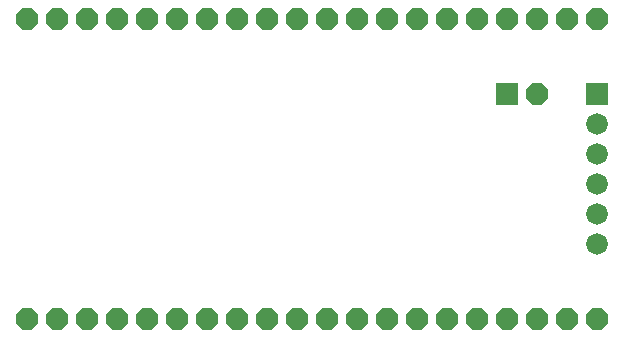
<source format=gbs>
G75*
G70*
%OFA0B0*%
%FSLAX24Y24*%
%IPPOS*%
%LPD*%
%AMOC8*
5,1,8,0,0,1.08239X$1,22.5*
%
%ADD10OC8,0.0720*%
%ADD11R,0.0720X0.0720*%
%ADD12C,0.0720*%
D10*
X001181Y001968D03*
X002181Y001968D03*
X003181Y001968D03*
X004181Y001968D03*
X005181Y001968D03*
X006181Y001968D03*
X007181Y001968D03*
X008181Y001968D03*
X009181Y001968D03*
X010181Y001968D03*
X011181Y001968D03*
X012181Y001968D03*
X013181Y001968D03*
X014181Y001968D03*
X015181Y001968D03*
X016181Y001968D03*
X017181Y001968D03*
X018181Y001968D03*
X019181Y001968D03*
X020181Y001968D03*
X018181Y009468D03*
X018181Y011968D03*
X019181Y011968D03*
X020181Y011968D03*
X017181Y011968D03*
X016181Y011968D03*
X015181Y011968D03*
X014181Y011968D03*
X013181Y011968D03*
X012181Y011968D03*
X011181Y011968D03*
X010181Y011968D03*
X009181Y011968D03*
X008181Y011968D03*
X007181Y011968D03*
X006181Y011968D03*
X005181Y011968D03*
X004181Y011968D03*
X003181Y011968D03*
X002181Y011968D03*
X001181Y011968D03*
D11*
X017181Y009468D03*
X020181Y009468D03*
D12*
X020181Y008468D03*
X020181Y007468D03*
X020181Y006468D03*
X020181Y005468D03*
X020181Y004468D03*
M02*

</source>
